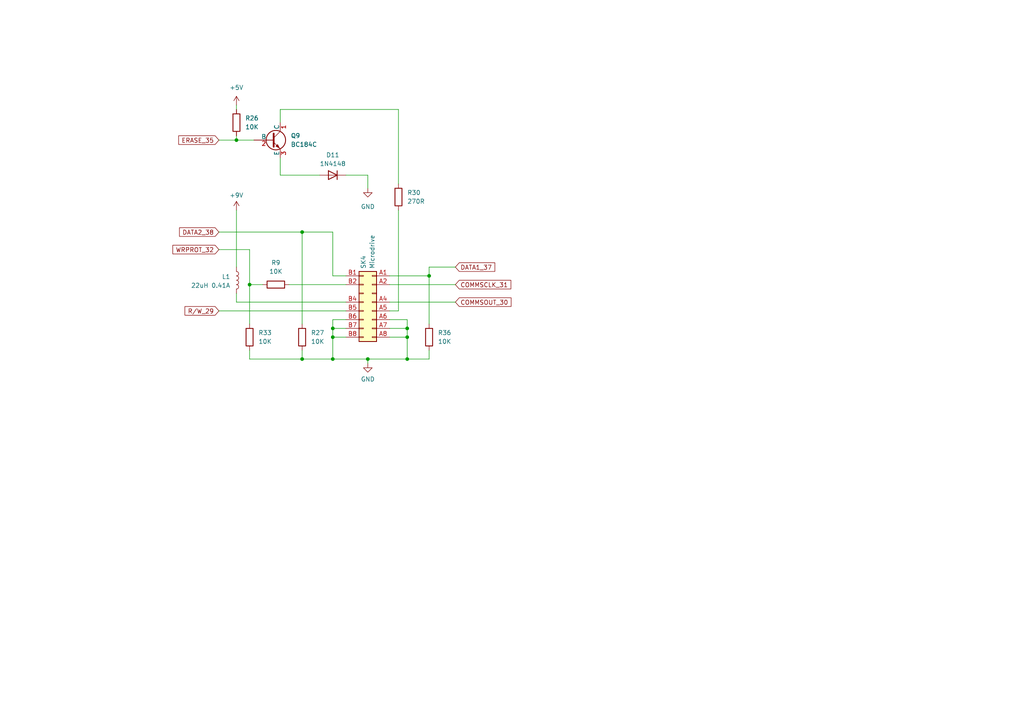
<source format=kicad_sch>
(kicad_sch
	(version 20250114)
	(generator "eeschema")
	(generator_version "9.0")
	(uuid "58e84b66-6e27-462c-8f52-8f1c5fac34f6")
	(paper "A4")
	(title_block
		(title "${PRJ_NAME}")
		(date "${PRJ_DATE}")
		(rev "${PRJ_REVISION}")
	)
	(lib_symbols
		(symbol "Device:L"
			(pin_numbers
				(hide yes)
			)
			(pin_names
				(offset 1.016)
				(hide yes)
			)
			(exclude_from_sim no)
			(in_bom yes)
			(on_board yes)
			(property "Reference" "L"
				(at -1.27 0 90)
				(effects
					(font
						(size 1.27 1.27)
					)
				)
			)
			(property "Value" "L"
				(at 1.905 0 90)
				(effects
					(font
						(size 1.27 1.27)
					)
				)
			)
			(property "Footprint" ""
				(at 0 0 0)
				(effects
					(font
						(size 1.27 1.27)
					)
					(hide yes)
				)
			)
			(property "Datasheet" "~"
				(at 0 0 0)
				(effects
					(font
						(size 1.27 1.27)
					)
					(hide yes)
				)
			)
			(property "Description" "Inductor"
				(at 0 0 0)
				(effects
					(font
						(size 1.27 1.27)
					)
					(hide yes)
				)
			)
			(property "ki_keywords" "inductor choke coil reactor magnetic"
				(at 0 0 0)
				(effects
					(font
						(size 1.27 1.27)
					)
					(hide yes)
				)
			)
			(property "ki_fp_filters" "Choke_* *Coil* Inductor_* L_*"
				(at 0 0 0)
				(effects
					(font
						(size 1.27 1.27)
					)
					(hide yes)
				)
			)
			(symbol "L_0_1"
				(arc
					(start 0 2.54)
					(mid 0.6323 1.905)
					(end 0 1.27)
					(stroke
						(width 0)
						(type default)
					)
					(fill
						(type none)
					)
				)
				(arc
					(start 0 1.27)
					(mid 0.6323 0.635)
					(end 0 0)
					(stroke
						(width 0)
						(type default)
					)
					(fill
						(type none)
					)
				)
				(arc
					(start 0 0)
					(mid 0.6323 -0.635)
					(end 0 -1.27)
					(stroke
						(width 0)
						(type default)
					)
					(fill
						(type none)
					)
				)
				(arc
					(start 0 -1.27)
					(mid 0.6323 -1.905)
					(end 0 -2.54)
					(stroke
						(width 0)
						(type default)
					)
					(fill
						(type none)
					)
				)
			)
			(symbol "L_1_1"
				(pin passive line
					(at 0 3.81 270)
					(length 1.27)
					(name "1"
						(effects
							(font
								(size 1.27 1.27)
							)
						)
					)
					(number "1"
						(effects
							(font
								(size 1.27 1.27)
							)
						)
					)
				)
				(pin passive line
					(at 0 -3.81 90)
					(length 1.27)
					(name "2"
						(effects
							(font
								(size 1.27 1.27)
							)
						)
					)
					(number "2"
						(effects
							(font
								(size 1.27 1.27)
							)
						)
					)
				)
			)
			(embedded_fonts no)
		)
		(symbol "Device:Q_NPN_CBE"
			(pin_names
				(offset 0)
			)
			(exclude_from_sim no)
			(in_bom yes)
			(on_board yes)
			(property "Reference" "Q"
				(at 5.08 1.27 0)
				(effects
					(font
						(size 1.27 1.27)
					)
					(justify left)
				)
			)
			(property "Value" "Q_NPN_CBE"
				(at 5.08 -1.27 0)
				(effects
					(font
						(size 1.27 1.27)
					)
					(justify left)
				)
			)
			(property "Footprint" ""
				(at 5.08 2.54 0)
				(effects
					(font
						(size 1.27 1.27)
					)
					(hide yes)
				)
			)
			(property "Datasheet" "~"
				(at 0 0 0)
				(effects
					(font
						(size 1.27 1.27)
					)
					(hide yes)
				)
			)
			(property "Description" "NPN transistor, collector/base/emitter"
				(at 0 0 0)
				(effects
					(font
						(size 1.27 1.27)
					)
					(hide yes)
				)
			)
			(property "ki_keywords" "transistor NPN"
				(at 0 0 0)
				(effects
					(font
						(size 1.27 1.27)
					)
					(hide yes)
				)
			)
			(symbol "Q_NPN_CBE_0_1"
				(polyline
					(pts
						(xy 0.635 1.905) (xy 0.635 -1.905) (xy 0.635 -1.905)
					)
					(stroke
						(width 0.508)
						(type default)
					)
					(fill
						(type none)
					)
				)
				(polyline
					(pts
						(xy 0.635 0.635) (xy 2.54 2.54)
					)
					(stroke
						(width 0)
						(type default)
					)
					(fill
						(type none)
					)
				)
				(polyline
					(pts
						(xy 0.635 -0.635) (xy 2.54 -2.54) (xy 2.54 -2.54)
					)
					(stroke
						(width 0)
						(type default)
					)
					(fill
						(type none)
					)
				)
				(circle
					(center 1.27 0)
					(radius 2.8194)
					(stroke
						(width 0.254)
						(type default)
					)
					(fill
						(type none)
					)
				)
				(polyline
					(pts
						(xy 1.27 -1.778) (xy 1.778 -1.27) (xy 2.286 -2.286) (xy 1.27 -1.778) (xy 1.27 -1.778)
					)
					(stroke
						(width 0)
						(type default)
					)
					(fill
						(type outline)
					)
				)
			)
			(symbol "Q_NPN_CBE_1_1"
				(pin input line
					(at -5.08 0 0)
					(length 5.715)
					(name "B"
						(effects
							(font
								(size 1.27 1.27)
							)
						)
					)
					(number "2"
						(effects
							(font
								(size 1.27 1.27)
							)
						)
					)
				)
				(pin passive line
					(at 2.54 5.08 270)
					(length 2.54)
					(name "C"
						(effects
							(font
								(size 1.27 1.27)
							)
						)
					)
					(number "1"
						(effects
							(font
								(size 1.27 1.27)
							)
						)
					)
				)
				(pin passive line
					(at 2.54 -5.08 90)
					(length 2.54)
					(name "E"
						(effects
							(font
								(size 1.27 1.27)
							)
						)
					)
					(number "3"
						(effects
							(font
								(size 1.27 1.27)
							)
						)
					)
				)
			)
			(embedded_fonts no)
		)
		(symbol "Device:R"
			(pin_numbers
				(hide yes)
			)
			(pin_names
				(offset 0)
			)
			(exclude_from_sim no)
			(in_bom yes)
			(on_board yes)
			(property "Reference" "R"
				(at 2.032 0 90)
				(effects
					(font
						(size 1.27 1.27)
					)
				)
			)
			(property "Value" "R"
				(at 0 0 90)
				(effects
					(font
						(size 1.27 1.27)
					)
				)
			)
			(property "Footprint" ""
				(at -1.778 0 90)
				(effects
					(font
						(size 1.27 1.27)
					)
					(hide yes)
				)
			)
			(property "Datasheet" "~"
				(at 0 0 0)
				(effects
					(font
						(size 1.27 1.27)
					)
					(hide yes)
				)
			)
			(property "Description" "Resistor"
				(at 0 0 0)
				(effects
					(font
						(size 1.27 1.27)
					)
					(hide yes)
				)
			)
			(property "ki_keywords" "R res resistor"
				(at 0 0 0)
				(effects
					(font
						(size 1.27 1.27)
					)
					(hide yes)
				)
			)
			(property "ki_fp_filters" "R_*"
				(at 0 0 0)
				(effects
					(font
						(size 1.27 1.27)
					)
					(hide yes)
				)
			)
			(symbol "R_0_1"
				(rectangle
					(start -1.016 -2.54)
					(end 1.016 2.54)
					(stroke
						(width 0.254)
						(type default)
					)
					(fill
						(type none)
					)
				)
			)
			(symbol "R_1_1"
				(pin passive line
					(at 0 3.81 270)
					(length 1.27)
					(name "~"
						(effects
							(font
								(size 1.27 1.27)
							)
						)
					)
					(number "1"
						(effects
							(font
								(size 1.27 1.27)
							)
						)
					)
				)
				(pin passive line
					(at 0 -3.81 90)
					(length 1.27)
					(name "~"
						(effects
							(font
								(size 1.27 1.27)
							)
						)
					)
					(number "2"
						(effects
							(font
								(size 1.27 1.27)
							)
						)
					)
				)
			)
			(embedded_fonts no)
		)
		(symbol "Diode:1N4148"
			(pin_numbers
				(hide yes)
			)
			(pin_names
				(hide yes)
			)
			(exclude_from_sim no)
			(in_bom yes)
			(on_board yes)
			(property "Reference" "D"
				(at 0 2.54 0)
				(effects
					(font
						(size 1.27 1.27)
					)
				)
			)
			(property "Value" "1N4148"
				(at 0 -2.54 0)
				(effects
					(font
						(size 1.27 1.27)
					)
				)
			)
			(property "Footprint" "Diode_THT:D_DO-35_SOD27_P7.62mm_Horizontal"
				(at 0 0 0)
				(effects
					(font
						(size 1.27 1.27)
					)
					(hide yes)
				)
			)
			(property "Datasheet" "https://assets.nexperia.com/documents/data-sheet/1N4148_1N4448.pdf"
				(at 0 0 0)
				(effects
					(font
						(size 1.27 1.27)
					)
					(hide yes)
				)
			)
			(property "Description" "100V 0.15A standard switching diode, DO-35"
				(at 0 0 0)
				(effects
					(font
						(size 1.27 1.27)
					)
					(hide yes)
				)
			)
			(property "Sim.Device" "D"
				(at 0 0 0)
				(effects
					(font
						(size 1.27 1.27)
					)
					(hide yes)
				)
			)
			(property "Sim.Pins" "1=K 2=A"
				(at 0 0 0)
				(effects
					(font
						(size 1.27 1.27)
					)
					(hide yes)
				)
			)
			(property "ki_keywords" "diode"
				(at 0 0 0)
				(effects
					(font
						(size 1.27 1.27)
					)
					(hide yes)
				)
			)
			(property "ki_fp_filters" "D*DO?35*"
				(at 0 0 0)
				(effects
					(font
						(size 1.27 1.27)
					)
					(hide yes)
				)
			)
			(symbol "1N4148_0_1"
				(polyline
					(pts
						(xy -1.27 1.27) (xy -1.27 -1.27)
					)
					(stroke
						(width 0.254)
						(type default)
					)
					(fill
						(type none)
					)
				)
				(polyline
					(pts
						(xy 1.27 1.27) (xy 1.27 -1.27) (xy -1.27 0) (xy 1.27 1.27)
					)
					(stroke
						(width 0.254)
						(type default)
					)
					(fill
						(type none)
					)
				)
				(polyline
					(pts
						(xy 1.27 0) (xy -1.27 0)
					)
					(stroke
						(width 0)
						(type default)
					)
					(fill
						(type none)
					)
				)
			)
			(symbol "1N4148_1_1"
				(pin passive line
					(at -3.81 0 0)
					(length 2.54)
					(name "K"
						(effects
							(font
								(size 1.27 1.27)
							)
						)
					)
					(number "1"
						(effects
							(font
								(size 1.27 1.27)
							)
						)
					)
				)
				(pin passive line
					(at 3.81 0 180)
					(length 2.54)
					(name "A"
						(effects
							(font
								(size 1.27 1.27)
							)
						)
					)
					(number "2"
						(effects
							(font
								(size 1.27 1.27)
							)
						)
					)
				)
			)
			(embedded_fonts no)
		)
		(symbol "ZX_IF1_MD:ZX_Spectrum_MD_Connector"
			(pin_names
				(offset 1.016)
				(hide yes)
			)
			(exclude_from_sim no)
			(in_bom yes)
			(on_board yes)
			(property "Reference" "SK"
				(at 2.54 12.192 90)
				(effects
					(font
						(size 1.27 1.27)
					)
					(justify left)
				)
			)
			(property "Value" "MD_Connector"
				(at 0 12.192 90)
				(effects
					(font
						(size 1.27 1.27)
					)
					(justify left)
				)
			)
			(property "Footprint" "ZX Bits:ZX_MD_Edge_Connector"
				(at 0 0 0)
				(effects
					(font
						(size 1.27 1.27)
					)
					(hide yes)
				)
			)
			(property "Datasheet" "~"
				(at 0 0 0)
				(effects
					(font
						(size 1.27 1.27)
					)
					(hide yes)
				)
			)
			(property "Description" "ZX IF1 Microdrive Connector"
				(at 0 0 0)
				(effects
					(font
						(size 1.27 1.27)
					)
					(hide yes)
				)
			)
			(property "ki_keywords" "ZX connector"
				(at 0 0 0)
				(effects
					(font
						(size 1.27 1.27)
					)
					(hide yes)
				)
			)
			(property "ki_fp_filters" "ZX"
				(at 0 0 0)
				(effects
					(font
						(size 1.27 1.27)
					)
					(hide yes)
				)
			)
			(symbol "ZX_Spectrum_MD_Connector_1_1"
				(rectangle
					(start -1.27 11.43)
					(end 3.81 -8.89)
					(stroke
						(width 0.254)
						(type default)
					)
					(fill
						(type background)
					)
				)
				(rectangle
					(start -1.27 10.287)
					(end 0 10.033)
					(stroke
						(width 0.1524)
						(type default)
					)
					(fill
						(type none)
					)
				)
				(rectangle
					(start -1.27 7.747)
					(end 0 7.493)
					(stroke
						(width 0.1524)
						(type default)
					)
					(fill
						(type none)
					)
				)
				(rectangle
					(start -1.27 5.207)
					(end 0 4.953)
					(stroke
						(width 0.1524)
						(type default)
					)
					(fill
						(type none)
					)
				)
				(rectangle
					(start -1.27 2.667)
					(end 0 2.413)
					(stroke
						(width 0.1524)
						(type default)
					)
					(fill
						(type none)
					)
				)
				(rectangle
					(start -1.27 0.127)
					(end 0 -0.127)
					(stroke
						(width 0.1524)
						(type default)
					)
					(fill
						(type none)
					)
				)
				(rectangle
					(start -1.27 -2.413)
					(end 0 -2.667)
					(stroke
						(width 0.1524)
						(type default)
					)
					(fill
						(type none)
					)
				)
				(rectangle
					(start -1.27 -4.953)
					(end 0 -5.207)
					(stroke
						(width 0.1524)
						(type default)
					)
					(fill
						(type none)
					)
				)
				(rectangle
					(start -1.27 -7.493)
					(end 0 -7.747)
					(stroke
						(width 0.1524)
						(type default)
					)
					(fill
						(type none)
					)
				)
				(rectangle
					(start 3.81 10.287)
					(end 2.54 10.033)
					(stroke
						(width 0.1524)
						(type default)
					)
					(fill
						(type none)
					)
				)
				(rectangle
					(start 3.81 7.747)
					(end 2.54 7.493)
					(stroke
						(width 0.1524)
						(type default)
					)
					(fill
						(type none)
					)
				)
				(rectangle
					(start 3.81 5.207)
					(end 2.54 4.953)
					(stroke
						(width 0.1524)
						(type default)
					)
					(fill
						(type none)
					)
				)
				(rectangle
					(start 3.81 2.667)
					(end 2.54 2.413)
					(stroke
						(width 0.1524)
						(type default)
					)
					(fill
						(type none)
					)
				)
				(rectangle
					(start 3.81 0.127)
					(end 2.54 -0.127)
					(stroke
						(width 0.1524)
						(type default)
					)
					(fill
						(type none)
					)
				)
				(rectangle
					(start 3.81 -2.413)
					(end 2.54 -2.667)
					(stroke
						(width 0.1524)
						(type default)
					)
					(fill
						(type none)
					)
				)
				(rectangle
					(start 3.81 -4.953)
					(end 2.54 -5.207)
					(stroke
						(width 0.1524)
						(type default)
					)
					(fill
						(type none)
					)
				)
				(rectangle
					(start 3.81 -7.493)
					(end 2.54 -7.747)
					(stroke
						(width 0.1524)
						(type default)
					)
					(fill
						(type none)
					)
				)
				(pin passive line
					(at -5.08 10.16 0)
					(length 3.81)
					(name "Pin_A1"
						(effects
							(font
								(size 1.27 1.27)
							)
						)
					)
					(number "A1"
						(effects
							(font
								(size 1.27 1.27)
							)
						)
					)
				)
				(pin passive line
					(at -5.08 7.62 0)
					(length 3.81)
					(name "Pin_A2"
						(effects
							(font
								(size 1.27 1.27)
							)
						)
					)
					(number "A2"
						(effects
							(font
								(size 1.27 1.27)
							)
						)
					)
				)
				(pin passive line
					(at -5.08 2.54 0)
					(length 3.81)
					(name "Pin_A4"
						(effects
							(font
								(size 1.27 1.27)
							)
						)
					)
					(number "A4"
						(effects
							(font
								(size 1.27 1.27)
							)
						)
					)
				)
				(pin passive line
					(at -5.08 0 0)
					(length 3.81)
					(name "Pin_A5"
						(effects
							(font
								(size 1.27 1.27)
							)
						)
					)
					(number "A5"
						(effects
							(font
								(size 1.27 1.27)
							)
						)
					)
				)
				(pin passive line
					(at -5.08 -2.54 0)
					(length 3.81)
					(name "Pin_A6"
						(effects
							(font
								(size 1.27 1.27)
							)
						)
					)
					(number "A6"
						(effects
							(font
								(size 1.27 1.27)
							)
						)
					)
				)
				(pin passive line
					(at -5.08 -5.08 0)
					(length 3.81)
					(name "Pin_A7"
						(effects
							(font
								(size 1.27 1.27)
							)
						)
					)
					(number "A7"
						(effects
							(font
								(size 1.27 1.27)
							)
						)
					)
				)
				(pin passive line
					(at -5.08 -7.62 0)
					(length 3.81)
					(name "Pin_A8"
						(effects
							(font
								(size 1.27 1.27)
							)
						)
					)
					(number "A8"
						(effects
							(font
								(size 1.27 1.27)
							)
						)
					)
				)
				(pin passive line
					(at 7.62 10.16 180)
					(length 3.81)
					(name "Pin_B1"
						(effects
							(font
								(size 1.27 1.27)
							)
						)
					)
					(number "B1"
						(effects
							(font
								(size 1.27 1.27)
							)
						)
					)
				)
				(pin passive line
					(at 7.62 7.62 180)
					(length 3.81)
					(name "Pin_B2"
						(effects
							(font
								(size 1.27 1.27)
							)
						)
					)
					(number "B2"
						(effects
							(font
								(size 1.27 1.27)
							)
						)
					)
				)
				(pin passive line
					(at 7.62 2.54 180)
					(length 3.81)
					(name "Pin_B4"
						(effects
							(font
								(size 1.27 1.27)
							)
						)
					)
					(number "B4"
						(effects
							(font
								(size 1.27 1.27)
							)
						)
					)
				)
				(pin passive line
					(at 7.62 0 180)
					(length 3.81)
					(name "Pin_B5"
						(effects
							(font
								(size 1.27 1.27)
							)
						)
					)
					(number "B5"
						(effects
							(font
								(size 1.27 1.27)
							)
						)
					)
				)
				(pin passive line
					(at 7.62 -2.54 180)
					(length 3.81)
					(name "Pin_B6"
						(effects
							(font
								(size 1.27 1.27)
							)
						)
					)
					(number "B6"
						(effects
							(font
								(size 1.27 1.27)
							)
						)
					)
				)
				(pin passive line
					(at 7.62 -5.08 180)
					(length 3.81)
					(name "Pin_B7"
						(effects
							(font
								(size 1.27 1.27)
							)
						)
					)
					(number "B7"
						(effects
							(font
								(size 1.27 1.27)
							)
						)
					)
				)
				(pin passive line
					(at 7.62 -7.62 180)
					(length 3.81)
					(name "Pin_B8"
						(effects
							(font
								(size 1.27 1.27)
							)
						)
					)
					(number "B8"
						(effects
							(font
								(size 1.27 1.27)
							)
						)
					)
				)
			)
			(embedded_fonts no)
		)
		(symbol "power:+5V"
			(power)
			(pin_names
				(offset 0)
			)
			(exclude_from_sim no)
			(in_bom yes)
			(on_board yes)
			(property "Reference" "#PWR"
				(at 0 -3.81 0)
				(effects
					(font
						(size 1.27 1.27)
					)
					(hide yes)
				)
			)
			(property "Value" "+5V"
				(at 0 3.556 0)
				(effects
					(font
						(size 1.27 1.27)
					)
				)
			)
			(property "Footprint" ""
				(at 0 0 0)
				(effects
					(font
						(size 1.27 1.27)
					)
					(hide yes)
				)
			)
			(property "Datasheet" ""
				(at 0 0 0)
				(effects
					(font
						(size 1.27 1.27)
					)
					(hide yes)
				)
			)
			(property "Description" "Power symbol creates a global label with name \"+5V\""
				(at 0 0 0)
				(effects
					(font
						(size 1.27 1.27)
					)
					(hide yes)
				)
			)
			(property "ki_keywords" "global power"
				(at 0 0 0)
				(effects
					(font
						(size 1.27 1.27)
					)
					(hide yes)
				)
			)
			(symbol "+5V_0_1"
				(polyline
					(pts
						(xy -0.762 1.27) (xy 0 2.54)
					)
					(stroke
						(width 0)
						(type default)
					)
					(fill
						(type none)
					)
				)
				(polyline
					(pts
						(xy 0 2.54) (xy 0.762 1.27)
					)
					(stroke
						(width 0)
						(type default)
					)
					(fill
						(type none)
					)
				)
				(polyline
					(pts
						(xy 0 0) (xy 0 2.54)
					)
					(stroke
						(width 0)
						(type default)
					)
					(fill
						(type none)
					)
				)
			)
			(symbol "+5V_1_1"
				(pin power_in line
					(at 0 0 90)
					(length 0)
					(hide yes)
					(name "+5V"
						(effects
							(font
								(size 1.27 1.27)
							)
						)
					)
					(number "1"
						(effects
							(font
								(size 1.27 1.27)
							)
						)
					)
				)
			)
			(embedded_fonts no)
		)
		(symbol "power:+9V"
			(power)
			(pin_names
				(offset 0)
			)
			(exclude_from_sim no)
			(in_bom yes)
			(on_board yes)
			(property "Reference" "#PWR"
				(at 0 -3.81 0)
				(effects
					(font
						(size 1.27 1.27)
					)
					(hide yes)
				)
			)
			(property "Value" "+9V"
				(at 0 3.556 0)
				(effects
					(font
						(size 1.27 1.27)
					)
				)
			)
			(property "Footprint" ""
				(at 0 0 0)
				(effects
					(font
						(size 1.27 1.27)
					)
					(hide yes)
				)
			)
			(property "Datasheet" ""
				(at 0 0 0)
				(effects
					(font
						(size 1.27 1.27)
					)
					(hide yes)
				)
			)
			(property "Description" "Power symbol creates a global label with name \"+9V\""
				(at 0 0 0)
				(effects
					(font
						(size 1.27 1.27)
					)
					(hide yes)
				)
			)
			(property "ki_keywords" "global power"
				(at 0 0 0)
				(effects
					(font
						(size 1.27 1.27)
					)
					(hide yes)
				)
			)
			(symbol "+9V_0_1"
				(polyline
					(pts
						(xy -0.762 1.27) (xy 0 2.54)
					)
					(stroke
						(width 0)
						(type default)
					)
					(fill
						(type none)
					)
				)
				(polyline
					(pts
						(xy 0 2.54) (xy 0.762 1.27)
					)
					(stroke
						(width 0)
						(type default)
					)
					(fill
						(type none)
					)
				)
				(polyline
					(pts
						(xy 0 0) (xy 0 2.54)
					)
					(stroke
						(width 0)
						(type default)
					)
					(fill
						(type none)
					)
				)
			)
			(symbol "+9V_1_1"
				(pin power_in line
					(at 0 0 90)
					(length 0)
					(hide yes)
					(name "+9V"
						(effects
							(font
								(size 1.27 1.27)
							)
						)
					)
					(number "1"
						(effects
							(font
								(size 1.27 1.27)
							)
						)
					)
				)
			)
			(embedded_fonts no)
		)
		(symbol "power:GND"
			(power)
			(pin_names
				(offset 0)
			)
			(exclude_from_sim no)
			(in_bom yes)
			(on_board yes)
			(property "Reference" "#PWR"
				(at 0 -6.35 0)
				(effects
					(font
						(size 1.27 1.27)
					)
					(hide yes)
				)
			)
			(property "Value" "GND"
				(at 0 -3.81 0)
				(effects
					(font
						(size 1.27 1.27)
					)
				)
			)
			(property "Footprint" ""
				(at 0 0 0)
				(effects
					(font
						(size 1.27 1.27)
					)
					(hide yes)
				)
			)
			(property "Datasheet" ""
				(at 0 0 0)
				(effects
					(font
						(size 1.27 1.27)
					)
					(hide yes)
				)
			)
			(property "Description" "Power symbol creates a global label with name \"GND\" , ground"
				(at 0 0 0)
				(effects
					(font
						(size 1.27 1.27)
					)
					(hide yes)
				)
			)
			(property "ki_keywords" "global power"
				(at 0 0 0)
				(effects
					(font
						(size 1.27 1.27)
					)
					(hide yes)
				)
			)
			(symbol "GND_0_1"
				(polyline
					(pts
						(xy 0 0) (xy 0 -1.27) (xy 1.27 -1.27) (xy 0 -2.54) (xy -1.27 -1.27) (xy 0 -1.27)
					)
					(stroke
						(width 0)
						(type default)
					)
					(fill
						(type none)
					)
				)
			)
			(symbol "GND_1_1"
				(pin power_in line
					(at 0 0 270)
					(length 0)
					(hide yes)
					(name "GND"
						(effects
							(font
								(size 1.27 1.27)
							)
						)
					)
					(number "1"
						(effects
							(font
								(size 1.27 1.27)
							)
						)
					)
				)
			)
			(embedded_fonts no)
		)
	)
	(junction
		(at 96.52 104.14)
		(diameter 0)
		(color 0 0 0 0)
		(uuid "3216385d-2357-45f4-a03d-bd832d6c38d8")
	)
	(junction
		(at 96.52 95.25)
		(diameter 0)
		(color 0 0 0 0)
		(uuid "336ed967-01b7-4f7e-8213-9660999993a5")
	)
	(junction
		(at 72.39 82.55)
		(diameter 0)
		(color 0 0 0 0)
		(uuid "34f07efd-ac48-4c9e-bbf9-d8e0892d08ee")
	)
	(junction
		(at 118.11 95.25)
		(diameter 0)
		(color 0 0 0 0)
		(uuid "43093696-407a-41e8-af53-1f292bb8adde")
	)
	(junction
		(at 124.46 80.01)
		(diameter 0)
		(color 0 0 0 0)
		(uuid "50a95c5e-9f20-4146-b252-5cf7b7f36a0b")
	)
	(junction
		(at 106.68 104.14)
		(diameter 0)
		(color 0 0 0 0)
		(uuid "80798cde-ee9c-45b7-9333-a85dcb2cf105")
	)
	(junction
		(at 96.52 97.79)
		(diameter 0)
		(color 0 0 0 0)
		(uuid "8c2cfc38-fde6-4d82-b06d-315b0b230f41")
	)
	(junction
		(at 87.63 104.14)
		(diameter 0)
		(color 0 0 0 0)
		(uuid "af1f5e7e-716d-4ecb-a4a0-ade71e09e87b")
	)
	(junction
		(at 68.58 40.64)
		(diameter 0)
		(color 0 0 0 0)
		(uuid "b4826413-ecdd-4b47-b6a6-6e691eb67586")
	)
	(junction
		(at 118.11 104.14)
		(diameter 0)
		(color 0 0 0 0)
		(uuid "cad2c553-e836-4166-a7f5-047270d56010")
	)
	(junction
		(at 118.11 97.79)
		(diameter 0)
		(color 0 0 0 0)
		(uuid "cd0ab562-83c8-4792-8c63-bcd5e75ad25d")
	)
	(junction
		(at 87.63 67.31)
		(diameter 0)
		(color 0 0 0 0)
		(uuid "e5b56634-2095-4784-9632-f14960974e2c")
	)
	(wire
		(pts
			(xy 124.46 101.6) (xy 124.46 104.14)
		)
		(stroke
			(width 0)
			(type default)
		)
		(uuid "04bca551-7185-4d6d-b619-711da25df0c8")
	)
	(wire
		(pts
			(xy 113.03 92.71) (xy 118.11 92.71)
		)
		(stroke
			(width 0)
			(type default)
		)
		(uuid "05b86c17-024e-4466-9ded-c9d1403487cd")
	)
	(wire
		(pts
			(xy 96.52 97.79) (xy 96.52 104.14)
		)
		(stroke
			(width 0)
			(type default)
		)
		(uuid "0c56fb09-4fbe-486b-9a59-72d5dadee0c3")
	)
	(wire
		(pts
			(xy 96.52 67.31) (xy 96.52 80.01)
		)
		(stroke
			(width 0)
			(type default)
		)
		(uuid "13294a64-177e-44ac-a544-eab78a9fbf28")
	)
	(wire
		(pts
			(xy 72.39 82.55) (xy 76.2 82.55)
		)
		(stroke
			(width 0)
			(type default)
		)
		(uuid "14f3a8ae-db53-4e29-b2f2-58106e6ccd46")
	)
	(wire
		(pts
			(xy 96.52 104.14) (xy 106.68 104.14)
		)
		(stroke
			(width 0)
			(type default)
		)
		(uuid "16ec8328-7892-47c2-8ee9-5f8de2eac661")
	)
	(wire
		(pts
			(xy 68.58 85.09) (xy 68.58 87.63)
		)
		(stroke
			(width 0)
			(type default)
		)
		(uuid "179ef8f4-8f41-42a4-a92f-422f9ff8d6b0")
	)
	(wire
		(pts
			(xy 73.66 40.64) (xy 68.58 40.64)
		)
		(stroke
			(width 0)
			(type default)
		)
		(uuid "1869426b-6013-495c-bb41-b71cc654a784")
	)
	(wire
		(pts
			(xy 106.68 105.41) (xy 106.68 104.14)
		)
		(stroke
			(width 0)
			(type default)
		)
		(uuid "19226f1c-77d8-4f56-ab99-057d43fa216e")
	)
	(wire
		(pts
			(xy 72.39 104.14) (xy 87.63 104.14)
		)
		(stroke
			(width 0)
			(type default)
		)
		(uuid "194cb40b-df48-442a-8a3e-a3130bb81d6a")
	)
	(wire
		(pts
			(xy 132.08 87.63) (xy 113.03 87.63)
		)
		(stroke
			(width 0)
			(type default)
		)
		(uuid "1d7c7dca-c28d-4c9b-839f-985189c81c34")
	)
	(wire
		(pts
			(xy 87.63 101.6) (xy 87.63 104.14)
		)
		(stroke
			(width 0)
			(type default)
		)
		(uuid "25a08eab-de21-4230-9cdc-240d79317be6")
	)
	(wire
		(pts
			(xy 113.03 95.25) (xy 118.11 95.25)
		)
		(stroke
			(width 0)
			(type default)
		)
		(uuid "26c336a9-314d-4499-a560-c94fc569f5be")
	)
	(wire
		(pts
			(xy 68.58 60.96) (xy 68.58 77.47)
		)
		(stroke
			(width 0)
			(type default)
		)
		(uuid "2807a23d-4fc5-4f7b-b5dd-2b031dfcc85d")
	)
	(wire
		(pts
			(xy 118.11 97.79) (xy 118.11 104.14)
		)
		(stroke
			(width 0)
			(type default)
		)
		(uuid "2f88787a-f5fc-497c-8643-d8cd86937f95")
	)
	(wire
		(pts
			(xy 96.52 80.01) (xy 100.33 80.01)
		)
		(stroke
			(width 0)
			(type default)
		)
		(uuid "3121caa4-d3a3-4a64-8fed-2742c0d78c9f")
	)
	(wire
		(pts
			(xy 118.11 95.25) (xy 118.11 97.79)
		)
		(stroke
			(width 0)
			(type default)
		)
		(uuid "5059ec67-783c-4979-9854-1e5fde07b205")
	)
	(wire
		(pts
			(xy 115.57 53.34) (xy 115.57 31.75)
		)
		(stroke
			(width 0)
			(type default)
		)
		(uuid "56fef805-4f17-4eab-bf89-7daf06d6c649")
	)
	(wire
		(pts
			(xy 113.03 90.17) (xy 115.57 90.17)
		)
		(stroke
			(width 0)
			(type default)
		)
		(uuid "5706be41-ed56-4da8-8951-e2fbc45ab96e")
	)
	(wire
		(pts
			(xy 106.68 50.8) (xy 106.68 54.61)
		)
		(stroke
			(width 0)
			(type default)
		)
		(uuid "5bb6d430-11ab-4d59-bdfd-02b31f516612")
	)
	(wire
		(pts
			(xy 96.52 95.25) (xy 100.33 95.25)
		)
		(stroke
			(width 0)
			(type default)
		)
		(uuid "62d90695-ab9e-4b60-a33a-187b04e6b4b1")
	)
	(wire
		(pts
			(xy 83.82 82.55) (xy 100.33 82.55)
		)
		(stroke
			(width 0)
			(type default)
		)
		(uuid "63280299-ece9-4ba6-9b8d-ef6a60e7c5c0")
	)
	(wire
		(pts
			(xy 106.68 104.14) (xy 118.11 104.14)
		)
		(stroke
			(width 0)
			(type default)
		)
		(uuid "63ba5487-b0f5-49e6-80da-63261576f6ca")
	)
	(wire
		(pts
			(xy 63.5 72.39) (xy 72.39 72.39)
		)
		(stroke
			(width 0)
			(type default)
		)
		(uuid "64a50e3d-12d9-4fcf-96d0-2c60211fd7a5")
	)
	(wire
		(pts
			(xy 63.5 67.31) (xy 87.63 67.31)
		)
		(stroke
			(width 0)
			(type default)
		)
		(uuid "65eeab20-95c8-4392-8ce9-30ed64e846ac")
	)
	(wire
		(pts
			(xy 124.46 80.01) (xy 113.03 80.01)
		)
		(stroke
			(width 0)
			(type default)
		)
		(uuid "694b98cc-41bc-4699-bc63-9709c35578d6")
	)
	(wire
		(pts
			(xy 68.58 40.64) (xy 63.5 40.64)
		)
		(stroke
			(width 0)
			(type default)
		)
		(uuid "69869e7a-0f44-47d0-b49a-ebc70bf46cc0")
	)
	(wire
		(pts
			(xy 81.28 50.8) (xy 92.71 50.8)
		)
		(stroke
			(width 0)
			(type default)
		)
		(uuid "6cf23b90-89f9-47ec-a398-32ed47c95b0a")
	)
	(wire
		(pts
			(xy 118.11 92.71) (xy 118.11 95.25)
		)
		(stroke
			(width 0)
			(type default)
		)
		(uuid "70e54f43-7e50-4f84-ae39-2ea079b15b8b")
	)
	(wire
		(pts
			(xy 100.33 50.8) (xy 106.68 50.8)
		)
		(stroke
			(width 0)
			(type default)
		)
		(uuid "772c9dd6-aa09-4592-be82-6f43bb91aa79")
	)
	(wire
		(pts
			(xy 63.5 90.17) (xy 100.33 90.17)
		)
		(stroke
			(width 0)
			(type default)
		)
		(uuid "7bec0491-0cc8-4e56-9559-bcd187ea2d12")
	)
	(wire
		(pts
			(xy 72.39 82.55) (xy 72.39 93.98)
		)
		(stroke
			(width 0)
			(type default)
		)
		(uuid "7f668f5f-70db-4bea-a7d2-d3ae533eefed")
	)
	(wire
		(pts
			(xy 115.57 60.96) (xy 115.57 90.17)
		)
		(stroke
			(width 0)
			(type default)
		)
		(uuid "803a7131-f0d4-4a7c-a382-6aa3fc10515b")
	)
	(wire
		(pts
			(xy 68.58 39.37) (xy 68.58 40.64)
		)
		(stroke
			(width 0)
			(type default)
		)
		(uuid "8131238d-3ea7-41fb-9414-9957b7c62332")
	)
	(wire
		(pts
			(xy 124.46 77.47) (xy 124.46 80.01)
		)
		(stroke
			(width 0)
			(type default)
		)
		(uuid "8a69c8cd-77ee-4779-8ca7-8878ff1bf3e2")
	)
	(wire
		(pts
			(xy 87.63 67.31) (xy 96.52 67.31)
		)
		(stroke
			(width 0)
			(type default)
		)
		(uuid "8c0a5396-ac82-4695-90f4-e690c4c2d506")
	)
	(wire
		(pts
			(xy 81.28 31.75) (xy 115.57 31.75)
		)
		(stroke
			(width 0)
			(type default)
		)
		(uuid "8d8a0ad0-fcdb-47a2-ba3d-8db319da0a44")
	)
	(wire
		(pts
			(xy 118.11 104.14) (xy 124.46 104.14)
		)
		(stroke
			(width 0)
			(type default)
		)
		(uuid "8e9c7259-4f63-40d1-b330-e1529ed27799")
	)
	(wire
		(pts
			(xy 100.33 87.63) (xy 68.58 87.63)
		)
		(stroke
			(width 0)
			(type default)
		)
		(uuid "9a3a7e20-1066-4987-bfc3-e5e7c2c623da")
	)
	(wire
		(pts
			(xy 113.03 97.79) (xy 118.11 97.79)
		)
		(stroke
			(width 0)
			(type default)
		)
		(uuid "9c6ab627-4cb7-471e-a2fe-c9e3a0efc676")
	)
	(wire
		(pts
			(xy 96.52 95.25) (xy 96.52 97.79)
		)
		(stroke
			(width 0)
			(type default)
		)
		(uuid "a7f4aba8-b6b6-4239-a381-01b2d723e957")
	)
	(wire
		(pts
			(xy 96.52 92.71) (xy 96.52 95.25)
		)
		(stroke
			(width 0)
			(type default)
		)
		(uuid "ab86960e-2d05-49ca-9e88-04c8d2eb6f0a")
	)
	(wire
		(pts
			(xy 132.08 77.47) (xy 124.46 77.47)
		)
		(stroke
			(width 0)
			(type default)
		)
		(uuid "ae1cefdf-a09e-414c-a70f-a350b147ad08")
	)
	(wire
		(pts
			(xy 124.46 80.01) (xy 124.46 93.98)
		)
		(stroke
			(width 0)
			(type default)
		)
		(uuid "b0497e1f-86e8-499e-92f0-a5d37b46e974")
	)
	(wire
		(pts
			(xy 72.39 101.6) (xy 72.39 104.14)
		)
		(stroke
			(width 0)
			(type default)
		)
		(uuid "b277d6bf-d142-45c0-b32b-ba91fb5eb9ae")
	)
	(wire
		(pts
			(xy 87.63 104.14) (xy 96.52 104.14)
		)
		(stroke
			(width 0)
			(type default)
		)
		(uuid "b69dc689-a1d1-4044-85fe-81569b613699")
	)
	(wire
		(pts
			(xy 87.63 67.31) (xy 87.63 93.98)
		)
		(stroke
			(width 0)
			(type default)
		)
		(uuid "bac88b9a-c594-4b63-9262-4916f27fb0e6")
	)
	(wire
		(pts
			(xy 81.28 50.8) (xy 81.28 45.72)
		)
		(stroke
			(width 0)
			(type default)
		)
		(uuid "c306c650-16d3-48dd-b873-f5b58daa8955")
	)
	(wire
		(pts
			(xy 100.33 97.79) (xy 96.52 97.79)
		)
		(stroke
			(width 0)
			(type default)
		)
		(uuid "d09db52b-5135-4b47-83fa-518918ebcf10")
	)
	(wire
		(pts
			(xy 72.39 72.39) (xy 72.39 82.55)
		)
		(stroke
			(width 0)
			(type default)
		)
		(uuid "dce3ed47-abc7-4f24-bb58-7f6897f45588")
	)
	(wire
		(pts
			(xy 132.08 82.55) (xy 113.03 82.55)
		)
		(stroke
			(width 0)
			(type default)
		)
		(uuid "df1f0316-16e7-4812-9056-84a1c5b2d72d")
	)
	(wire
		(pts
			(xy 81.28 31.75) (xy 81.28 35.56)
		)
		(stroke
			(width 0)
			(type default)
		)
		(uuid "e7a3e2c2-bfc1-4093-a1ee-190bcd602856")
	)
	(wire
		(pts
			(xy 100.33 92.71) (xy 96.52 92.71)
		)
		(stroke
			(width 0)
			(type default)
		)
		(uuid "eaf0a312-29d2-43cd-b1f7-0064c0168733")
	)
	(wire
		(pts
			(xy 68.58 30.48) (xy 68.58 31.75)
		)
		(stroke
			(width 0)
			(type default)
		)
		(uuid "edbe1ac5-17f8-4ac5-b5b9-f82361ccf7a0")
	)
	(global_label "COMMSCLK_31"
		(shape input)
		(at 132.08 82.55 0)
		(fields_autoplaced yes)
		(effects
			(font
				(size 1.27 1.27)
			)
			(justify left)
		)
		(uuid "24c08958-743b-4715-abb6-2e724f9543ea")
		(property "Intersheetrefs" "${INTERSHEET_REFS}"
			(at 148.7327 82.55 0)
			(effects
				(font
					(size 1.27 1.27)
				)
				(justify left)
			)
		)
	)
	(global_label "ERASE_35"
		(shape input)
		(at 63.5 40.64 180)
		(fields_autoplaced yes)
		(effects
			(font
				(size 1.27 1.27)
			)
			(justify right)
		)
		(uuid "88ff4695-b2cc-44b8-8756-71c3dace5217")
		(property "Intersheetrefs" "${INTERSHEET_REFS}"
			(at 51.2621 40.64 0)
			(effects
				(font
					(size 1.27 1.27)
				)
				(justify right)
			)
		)
	)
	(global_label "COMMSOUT_30"
		(shape input)
		(at 132.08 87.63 0)
		(fields_autoplaced yes)
		(effects
			(font
				(size 1.27 1.27)
			)
			(justify left)
		)
		(uuid "9fc04344-ac79-4210-9713-4fe22074c99d")
		(property "Intersheetrefs" "${INTERSHEET_REFS}"
			(at 148.7932 87.63 0)
			(effects
				(font
					(size 1.27 1.27)
				)
				(justify left)
			)
		)
	)
	(global_label "DATA1_37"
		(shape input)
		(at 132.08 77.47 0)
		(fields_autoplaced yes)
		(effects
			(font
				(size 1.27 1.27)
			)
			(justify left)
		)
		(uuid "ad27ce5e-1400-4448-86ae-b0a934487715")
		(property "Intersheetrefs" "${INTERSHEET_REFS}"
			(at 144.0761 77.47 0)
			(effects
				(font
					(size 1.27 1.27)
				)
				(justify left)
			)
		)
	)
	(global_label "DATA2_38"
		(shape input)
		(at 63.5 67.31 180)
		(fields_autoplaced yes)
		(effects
			(font
				(size 1.27 1.27)
			)
			(justify right)
		)
		(uuid "b3454f4c-cf93-49b1-9c1c-8742d6f5d423")
		(property "Intersheetrefs" "${INTERSHEET_REFS}"
			(at 51.5039 67.31 0)
			(effects
				(font
					(size 1.27 1.27)
				)
				(justify right)
			)
		)
	)
	(global_label "R{slash}W_29"
		(shape input)
		(at 63.5 90.17 180)
		(fields_autoplaced yes)
		(effects
			(font
				(size 1.27 1.27)
			)
			(justify right)
		)
		(uuid "be055c0d-356d-4435-9229-ce14476e6f80")
		(property "Intersheetrefs" "${INTERSHEET_REFS}"
			(at 53.0763 90.17 0)
			(effects
				(font
					(size 1.27 1.27)
				)
				(justify right)
			)
		)
	)
	(global_label "WRPROT_32"
		(shape input)
		(at 63.5 72.39 180)
		(fields_autoplaced yes)
		(effects
			(font
				(size 1.27 1.27)
			)
			(justify right)
		)
		(uuid "f511087d-bec5-4c29-9379-92dd7ad2a80b")
		(property "Intersheetrefs" "${INTERSHEET_REFS}"
			(at 49.5687 72.39 0)
			(effects
				(font
					(size 1.27 1.27)
				)
				(justify right)
			)
		)
	)
	(symbol
		(lib_id "ZX_IF1_MD:ZX_Spectrum_MD_Connector")
		(at 107.95 90.17 0)
		(mirror y)
		(unit 1)
		(exclude_from_sim no)
		(in_bom yes)
		(on_board yes)
		(dnp no)
		(uuid "13235739-a9fc-4cde-ab18-765c763469e7")
		(property "Reference" "SK4"
			(at 105.41 77.978 90)
			(effects
				(font
					(size 1.27 1.27)
				)
				(justify left)
			)
		)
		(property "Value" "Microdrive"
			(at 107.95 77.978 90)
			(effects
				(font
					(size 1.27 1.27)
				)
				(justify left)
			)
		)
		(property "Footprint" "ZX Bits:ZX_MD_Edge_Connector"
			(at 107.95 90.17 0)
			(effects
				(font
					(size 1.27 1.27)
				)
				(hide yes)
			)
		)
		(property "Datasheet" "~"
			(at 107.95 90.17 0)
			(effects
				(font
					(size 1.27 1.27)
				)
				(hide yes)
			)
		)
		(property "Description" ""
			(at 107.95 90.17 0)
			(effects
				(font
					(size 1.27 1.27)
				)
			)
		)
		(pin "A1"
			(uuid "dac1c400-19f6-4401-b4c6-d4d58a2ddd8b")
		)
		(pin "A2"
			(uuid "b4c832d8-7d6a-485a-a3cc-b1327c44f8ed")
		)
		(pin "A4"
			(uuid "50059fd4-29aa-4708-a7a9-89700aaa2bcd")
		)
		(pin "A5"
			(uuid "67987968-aa97-438e-a7f7-55ee29d26a2e")
		)
		(pin "A6"
			(uuid "4b53d998-48d2-4d83-8ebb-171c34d46e67")
		)
		(pin "A7"
			(uuid "5ff3e51e-e7d2-4da4-ae80-aa9b3c569380")
		)
		(pin "A8"
			(uuid "b59d5345-ce21-4ee7-b185-98895688707a")
		)
		(pin "B1"
			(uuid "36c1e188-81f3-4d2a-ad79-d324e7e44d23")
		)
		(pin "B2"
			(uuid "0752bba3-30b4-44d4-9cd4-7b087d5dbed1")
		)
		(pin "B4"
			(uuid "a1be0268-b795-4698-b6c5-ec2907cb7895")
		)
		(pin "B5"
			(uuid "48e9e433-2332-46ad-a840-26571ef7830e")
		)
		(pin "B6"
			(uuid "25acb64f-612b-43b7-933c-9e1549aec4c2")
		)
		(pin "B7"
			(uuid "6f1d008a-7bd2-4392-85af-b57d64ee7111")
		)
		(pin "B8"
			(uuid "16145e02-6e1d-454d-b6e3-7f21d90793f9")
		)
		(instances
			(project "ZXTeensyIF1"
				(path "/75d1cd16-a89a-40a2-b316-dae0403de332/4990686e-d8af-43f1-be40-f4343ff37df3"
					(reference "SK4")
					(unit 1)
				)
			)
		)
	)
	(symbol
		(lib_id "Device:R")
		(at 68.58 35.56 0)
		(unit 1)
		(exclude_from_sim no)
		(in_bom yes)
		(on_board yes)
		(dnp no)
		(fields_autoplaced yes)
		(uuid "2316fdab-4ff0-4abf-9ad2-fda25982f2b8")
		(property "Reference" "R26"
			(at 71.12 34.29 0)
			(effects
				(font
					(size 1.27 1.27)
				)
				(justify left)
			)
		)
		(property "Value" "10K"
			(at 71.12 36.83 0)
			(effects
				(font
					(size 1.27 1.27)
				)
				(justify left)
			)
		)
		(property "Footprint" "Resistor_THT:R_Axial_DIN0207_L6.3mm_D2.5mm_P10.16mm_Horizontal"
			(at 66.802 35.56 90)
			(effects
				(font
					(size 1.27 1.27)
				)
				(hide yes)
			)
		)
		(property "Datasheet" "~"
			(at 68.58 35.56 0)
			(effects
				(font
					(size 1.27 1.27)
				)
				(hide yes)
			)
		)
		(property "Description" ""
			(at 68.58 35.56 0)
			(effects
				(font
					(size 1.27 1.27)
				)
			)
		)
		(pin "1"
			(uuid "ddd3afbb-00ee-4c30-aa43-315087220e7c")
		)
		(pin "2"
			(uuid "dbc1f6f3-6e1a-4c58-8b67-ff81615f4d42")
		)
		(instances
			(project "ZXTeensyIF1"
				(path "/75d1cd16-a89a-40a2-b316-dae0403de332/4990686e-d8af-43f1-be40-f4343ff37df3"
					(reference "R26")
					(unit 1)
				)
			)
		)
	)
	(symbol
		(lib_id "power:GND")
		(at 106.68 54.61 0)
		(unit 1)
		(exclude_from_sim no)
		(in_bom yes)
		(on_board yes)
		(dnp no)
		(fields_autoplaced yes)
		(uuid "41398d50-262c-46d9-9b6e-9c1adcf1b2a1")
		(property "Reference" "#PWR0123"
			(at 106.68 60.96 0)
			(effects
				(font
					(size 1.27 1.27)
				)
				(hide yes)
			)
		)
		(property "Value" "GND"
			(at 106.68 59.944 0)
			(effects
				(font
					(size 1.27 1.27)
				)
			)
		)
		(property "Footprint" ""
			(at 106.68 54.61 0)
			(effects
				(font
					(size 1.27 1.27)
				)
				(hide yes)
			)
		)
		(property "Datasheet" ""
			(at 106.68 54.61 0)
			(effects
				(font
					(size 1.27 1.27)
				)
				(hide yes)
			)
		)
		(property "Description" ""
			(at 106.68 54.61 0)
			(effects
				(font
					(size 1.27 1.27)
				)
			)
		)
		(pin "1"
			(uuid "a1f206b9-d960-4534-83d4-9dc37f378868")
		)
		(instances
			(project "ZXTeensyIF1"
				(path "/75d1cd16-a89a-40a2-b316-dae0403de332/4990686e-d8af-43f1-be40-f4343ff37df3"
					(reference "#PWR0123")
					(unit 1)
				)
			)
		)
	)
	(symbol
		(lib_id "Device:L")
		(at 68.58 81.28 0)
		(unit 1)
		(exclude_from_sim no)
		(in_bom yes)
		(on_board yes)
		(dnp no)
		(uuid "59a8d1a5-c88d-4b28-beb3-e725a801f179")
		(property "Reference" "L1"
			(at 66.802 80.264 0)
			(effects
				(font
					(size 1.27 1.27)
				)
				(justify right)
			)
		)
		(property "Value" "22uH 0.41A"
			(at 66.802 82.804 0)
			(effects
				(font
					(size 1.27 1.27)
				)
				(justify right)
			)
		)
		(property "Footprint" "Inductor_THT:L_Axial_L12.8mm_D5.8mm_P20.32mm_Horizontal_Fastron_HBCC"
			(at 68.58 81.28 0)
			(effects
				(font
					(size 1.27 1.27)
				)
				(hide yes)
			)
		)
		(property "Datasheet" "~"
			(at 68.58 81.28 0)
			(effects
				(font
					(size 1.27 1.27)
				)
				(hide yes)
			)
		)
		(property "Description" ""
			(at 68.58 81.28 0)
			(effects
				(font
					(size 1.27 1.27)
				)
			)
		)
		(pin "1"
			(uuid "406c1013-bd71-4beb-9d7d-abf990291996")
		)
		(pin "2"
			(uuid "d3b523f7-5eb9-4fcc-8b88-68e5f96a3041")
		)
		(instances
			(project "ZXTeensyIF1"
				(path "/75d1cd16-a89a-40a2-b316-dae0403de332/4990686e-d8af-43f1-be40-f4343ff37df3"
					(reference "L1")
					(unit 1)
				)
			)
		)
	)
	(symbol
		(lib_id "power:GND")
		(at 106.68 105.41 0)
		(unit 1)
		(exclude_from_sim no)
		(in_bom yes)
		(on_board yes)
		(dnp no)
		(uuid "7152fc6a-c39a-4b61-989e-971964230919")
		(property "Reference" "#PWR0121"
			(at 106.68 111.76 0)
			(effects
				(font
					(size 1.27 1.27)
				)
				(hide yes)
			)
		)
		(property "Value" "GND"
			(at 106.68 109.982 0)
			(effects
				(font
					(size 1.27 1.27)
				)
			)
		)
		(property "Footprint" ""
			(at 106.68 105.41 0)
			(effects
				(font
					(size 1.27 1.27)
				)
				(hide yes)
			)
		)
		(property "Datasheet" ""
			(at 106.68 105.41 0)
			(effects
				(font
					(size 1.27 1.27)
				)
				(hide yes)
			)
		)
		(property "Description" ""
			(at 106.68 105.41 0)
			(effects
				(font
					(size 1.27 1.27)
				)
			)
		)
		(pin "1"
			(uuid "48477283-d587-4e14-b3e7-7eca90011170")
		)
		(instances
			(project "ZXTeensyIF1"
				(path "/75d1cd16-a89a-40a2-b316-dae0403de332/4990686e-d8af-43f1-be40-f4343ff37df3"
					(reference "#PWR0121")
					(unit 1)
				)
			)
		)
	)
	(symbol
		(lib_id "Device:R")
		(at 80.01 82.55 90)
		(unit 1)
		(exclude_from_sim no)
		(in_bom yes)
		(on_board yes)
		(dnp no)
		(fields_autoplaced yes)
		(uuid "73dcb826-9e2f-4b7d-b288-570b831d237c")
		(property "Reference" "R9"
			(at 80.01 76.2 90)
			(effects
				(font
					(size 1.27 1.27)
				)
			)
		)
		(property "Value" "10K"
			(at 80.01 78.74 90)
			(effects
				(font
					(size 1.27 1.27)
				)
			)
		)
		(property "Footprint" "Resistor_THT:R_Axial_DIN0207_L6.3mm_D2.5mm_P10.16mm_Horizontal"
			(at 80.01 84.328 90)
			(effects
				(font
					(size 1.27 1.27)
				)
				(hide yes)
			)
		)
		(property "Datasheet" "~"
			(at 80.01 82.55 0)
			(effects
				(font
					(size 1.27 1.27)
				)
				(hide yes)
			)
		)
		(property "Description" ""
			(at 80.01 82.55 0)
			(effects
				(font
					(size 1.27 1.27)
				)
			)
		)
		(pin "1"
			(uuid "c8274f81-d1a8-4071-a2e5-988b5231b735")
		)
		(pin "2"
			(uuid "8d34d4f8-ec12-434a-837c-e44622586ae4")
		)
		(instances
			(project "ZXTeensyIF1"
				(path "/75d1cd16-a89a-40a2-b316-dae0403de332/4990686e-d8af-43f1-be40-f4343ff37df3"
					(reference "R9")
					(unit 1)
				)
			)
		)
	)
	(symbol
		(lib_id "Device:Q_NPN_CBE")
		(at 78.74 40.64 0)
		(unit 1)
		(exclude_from_sim no)
		(in_bom yes)
		(on_board yes)
		(dnp no)
		(fields_autoplaced yes)
		(uuid "97d5173d-8450-4b47-b482-b96d662fb052")
		(property "Reference" "Q9"
			(at 84.328 39.37 0)
			(effects
				(font
					(size 1.27 1.27)
				)
				(justify left)
			)
		)
		(property "Value" "BC184C"
			(at 84.328 41.91 0)
			(effects
				(font
					(size 1.27 1.27)
				)
				(justify left)
			)
		)
		(property "Footprint" "Package_TO_SOT_THT:TO-92L_Inline_Wide"
			(at 83.82 38.1 0)
			(effects
				(font
					(size 1.27 1.27)
				)
				(hide yes)
			)
		)
		(property "Datasheet" "~"
			(at 78.74 40.64 0)
			(effects
				(font
					(size 1.27 1.27)
				)
				(hide yes)
			)
		)
		(property "Description" ""
			(at 78.74 40.64 0)
			(effects
				(font
					(size 1.27 1.27)
				)
			)
		)
		(pin "1"
			(uuid "8f6338a2-3e9d-4eef-bca2-3517c0cf12af")
		)
		(pin "2"
			(uuid "7dd4936d-e1d9-40c1-8c72-1f2264cb2417")
		)
		(pin "3"
			(uuid "1501b04a-e6d7-4bf0-a50d-0735182759c0")
		)
		(instances
			(project "ZXTeensyIF1"
				(path "/75d1cd16-a89a-40a2-b316-dae0403de332/4990686e-d8af-43f1-be40-f4343ff37df3"
					(reference "Q9")
					(unit 1)
				)
			)
		)
	)
	(symbol
		(lib_id "Device:R")
		(at 72.39 97.79 180)
		(unit 1)
		(exclude_from_sim no)
		(in_bom yes)
		(on_board yes)
		(dnp no)
		(fields_autoplaced yes)
		(uuid "9a184e27-91a2-467b-956c-b8ac3a351f8c")
		(property "Reference" "R33"
			(at 74.93 96.5199 0)
			(effects
				(font
					(size 1.27 1.27)
				)
				(justify right)
			)
		)
		(property "Value" "10K"
			(at 74.93 99.0599 0)
			(effects
				(font
					(size 1.27 1.27)
				)
				(justify right)
			)
		)
		(property "Footprint" "Resistor_THT:R_Axial_DIN0207_L6.3mm_D2.5mm_P10.16mm_Horizontal"
			(at 74.168 97.79 90)
			(effects
				(font
					(size 1.27 1.27)
				)
				(hide yes)
			)
		)
		(property "Datasheet" "~"
			(at 72.39 97.79 0)
			(effects
				(font
					(size 1.27 1.27)
				)
				(hide yes)
			)
		)
		(property "Description" ""
			(at 72.39 97.79 0)
			(effects
				(font
					(size 1.27 1.27)
				)
			)
		)
		(pin "1"
			(uuid "eb31be39-7abc-4133-afe1-a11cbb2998de")
		)
		(pin "2"
			(uuid "f67962ba-b976-4192-8546-655ba9abd06b")
		)
		(instances
			(project "ZXTeensyIF1"
				(path "/75d1cd16-a89a-40a2-b316-dae0403de332/4990686e-d8af-43f1-be40-f4343ff37df3"
					(reference "R33")
					(unit 1)
				)
			)
		)
	)
	(symbol
		(lib_id "Diode:1N4148")
		(at 96.52 50.8 0)
		(mirror y)
		(unit 1)
		(exclude_from_sim no)
		(in_bom yes)
		(on_board yes)
		(dnp no)
		(uuid "a59e990a-68e1-4384-8640-b89cd436c4b4")
		(property "Reference" "D11"
			(at 96.52 44.958 0)
			(effects
				(font
					(size 1.27 1.27)
				)
			)
		)
		(property "Value" "1N4148"
			(at 96.52 47.498 0)
			(effects
				(font
					(size 1.27 1.27)
				)
			)
		)
		(property "Footprint" "Diode_THT:D_DO-35_SOD27_P7.62mm_Horizontal"
			(at 96.52 50.8 0)
			(effects
				(font
					(size 1.27 1.27)
				)
				(hide yes)
			)
		)
		(property "Datasheet" "https://assets.nexperia.com/documents/data-sheet/1N4148_1N4448.pdf"
			(at 96.52 50.8 0)
			(effects
				(font
					(size 1.27 1.27)
				)
				(hide yes)
			)
		)
		(property "Description" ""
			(at 96.52 50.8 0)
			(effects
				(font
					(size 1.27 1.27)
				)
			)
		)
		(property "Sim.Device" "D"
			(at 96.52 50.8 0)
			(effects
				(font
					(size 1.27 1.27)
				)
				(hide yes)
			)
		)
		(property "Sim.Pins" "1=K 2=A"
			(at 96.52 50.8 0)
			(effects
				(font
					(size 1.27 1.27)
				)
				(hide yes)
			)
		)
		(pin "1"
			(uuid "ecf0e3c8-3c68-4dcd-bd7b-177c2df8a547")
		)
		(pin "2"
			(uuid "7f7afea8-6e87-4e78-b2ac-6f5e43c04c2c")
		)
		(instances
			(project "ZXTeensyIF1"
				(path "/75d1cd16-a89a-40a2-b316-dae0403de332/4990686e-d8af-43f1-be40-f4343ff37df3"
					(reference "D11")
					(unit 1)
				)
			)
		)
	)
	(symbol
		(lib_id "power:+9V")
		(at 68.58 60.96 0)
		(unit 1)
		(exclude_from_sim no)
		(in_bom yes)
		(on_board yes)
		(dnp no)
		(fields_autoplaced yes)
		(uuid "b41ca88c-f88a-448b-a0ad-6f6b83702375")
		(property "Reference" "#PWR0122"
			(at 68.58 64.77 0)
			(effects
				(font
					(size 1.27 1.27)
				)
				(hide yes)
			)
		)
		(property "Value" "+9V"
			(at 68.58 56.642 0)
			(effects
				(font
					(size 1.27 1.27)
				)
			)
		)
		(property "Footprint" ""
			(at 68.58 60.96 0)
			(effects
				(font
					(size 1.27 1.27)
				)
				(hide yes)
			)
		)
		(property "Datasheet" ""
			(at 68.58 60.96 0)
			(effects
				(font
					(size 1.27 1.27)
				)
				(hide yes)
			)
		)
		(property "Description" ""
			(at 68.58 60.96 0)
			(effects
				(font
					(size 1.27 1.27)
				)
			)
		)
		(pin "1"
			(uuid "32e81474-bd62-4363-b10f-a3c2d530630d")
		)
		(instances
			(project "ZXTeensyIF1"
				(path "/75d1cd16-a89a-40a2-b316-dae0403de332/4990686e-d8af-43f1-be40-f4343ff37df3"
					(reference "#PWR0122")
					(unit 1)
				)
			)
		)
	)
	(symbol
		(lib_id "Device:R")
		(at 115.57 57.15 0)
		(unit 1)
		(exclude_from_sim no)
		(in_bom yes)
		(on_board yes)
		(dnp no)
		(fields_autoplaced yes)
		(uuid "b5b44118-7fb7-4e47-a122-0003b5c21a91")
		(property "Reference" "R30"
			(at 118.11 55.8799 0)
			(effects
				(font
					(size 1.27 1.27)
				)
				(justify left)
			)
		)
		(property "Value" "270R"
			(at 118.11 58.4199 0)
			(effects
				(font
					(size 1.27 1.27)
				)
				(justify left)
			)
		)
		(property "Footprint" "Resistor_THT:R_Axial_DIN0207_L6.3mm_D2.5mm_P10.16mm_Horizontal"
			(at 113.792 57.15 90)
			(effects
				(font
					(size 1.27 1.27)
				)
				(hide yes)
			)
		)
		(property "Datasheet" "~"
			(at 115.57 57.15 0)
			(effects
				(font
					(size 1.27 1.27)
				)
				(hide yes)
			)
		)
		(property "Description" ""
			(at 115.57 57.15 0)
			(effects
				(font
					(size 1.27 1.27)
				)
			)
		)
		(pin "1"
			(uuid "62d7aa5d-5d38-42cb-abfd-915304fb22af")
		)
		(pin "2"
			(uuid "65f046a7-874a-4d82-8a25-f2888a5e8b68")
		)
		(instances
			(project "ZXTeensyIF1"
				(path "/75d1cd16-a89a-40a2-b316-dae0403de332/4990686e-d8af-43f1-be40-f4343ff37df3"
					(reference "R30")
					(unit 1)
				)
			)
		)
	)
	(symbol
		(lib_id "Device:R")
		(at 87.63 97.79 180)
		(unit 1)
		(exclude_from_sim no)
		(in_bom yes)
		(on_board yes)
		(dnp no)
		(fields_autoplaced yes)
		(uuid "c47d9e6f-a324-4b58-b461-df7ea6907b8d")
		(property "Reference" "R27"
			(at 90.17 96.5199 0)
			(effects
				(font
					(size 1.27 1.27)
				)
				(justify right)
			)
		)
		(property "Value" "10K"
			(at 90.17 99.0599 0)
			(effects
				(font
					(size 1.27 1.27)
				)
				(justify right)
			)
		)
		(property "Footprint" "Resistor_THT:R_Axial_DIN0207_L6.3mm_D2.5mm_P10.16mm_Horizontal"
			(at 89.408 97.79 90)
			(effects
				(font
					(size 1.27 1.27)
				)
				(hide yes)
			)
		)
		(property "Datasheet" "~"
			(at 87.63 97.79 0)
			(effects
				(font
					(size 1.27 1.27)
				)
				(hide yes)
			)
		)
		(property "Description" ""
			(at 87.63 97.79 0)
			(effects
				(font
					(size 1.27 1.27)
				)
			)
		)
		(pin "1"
			(uuid "1148ca21-3d6b-4b09-a099-545811f57a11")
		)
		(pin "2"
			(uuid "fa95e94d-2281-47c1-aca3-3de2f2311349")
		)
		(instances
			(project "ZXTeensyIF1"
				(path "/75d1cd16-a89a-40a2-b316-dae0403de332/4990686e-d8af-43f1-be40-f4343ff37df3"
					(reference "R27")
					(unit 1)
				)
			)
		)
	)
	(symbol
		(lib_id "Device:R")
		(at 124.46 97.79 180)
		(unit 1)
		(exclude_from_sim no)
		(in_bom yes)
		(on_board yes)
		(dnp no)
		(fields_autoplaced yes)
		(uuid "c50ed38a-de01-4229-96e8-8d37268a8e63")
		(property "Reference" "R36"
			(at 127 96.5199 0)
			(effects
				(font
					(size 1.27 1.27)
				)
				(justify right)
			)
		)
		(property "Value" "10K"
			(at 127 99.0599 0)
			(effects
				(font
					(size 1.27 1.27)
				)
				(justify right)
			)
		)
		(property "Footprint" "Resistor_THT:R_Axial_DIN0207_L6.3mm_D2.5mm_P10.16mm_Horizontal"
			(at 126.238 97.79 90)
			(effects
				(font
					(size 1.27 1.27)
				)
				(hide yes)
			)
		)
		(property "Datasheet" "~"
			(at 124.46 97.79 0)
			(effects
				(font
					(size 1.27 1.27)
				)
				(hide yes)
			)
		)
		(property "Description" ""
			(at 124.46 97.79 0)
			(effects
				(font
					(size 1.27 1.27)
				)
			)
		)
		(pin "1"
			(uuid "860d4109-ae7e-4162-b2cb-d6384338d34c")
		)
		(pin "2"
			(uuid "0b3bf5fe-407e-45a0-86a6-32e4c44d02d6")
		)
		(instances
			(project "ZXTeensyIF1"
				(path "/75d1cd16-a89a-40a2-b316-dae0403de332/4990686e-d8af-43f1-be40-f4343ff37df3"
					(reference "R36")
					(unit 1)
				)
			)
		)
	)
	(symbol
		(lib_id "power:+5V")
		(at 68.58 30.48 0)
		(unit 1)
		(exclude_from_sim no)
		(in_bom yes)
		(on_board yes)
		(dnp no)
		(fields_autoplaced yes)
		(uuid "fd01acae-d538-4996-9c76-688b4d61ba8c")
		(property "Reference" "#PWR0124"
			(at 68.58 34.29 0)
			(effects
				(font
					(size 1.27 1.27)
				)
				(hide yes)
			)
		)
		(property "Value" "+5V"
			(at 68.58 25.4 0)
			(effects
				(font
					(size 1.27 1.27)
				)
			)
		)
		(property "Footprint" ""
			(at 68.58 30.48 0)
			(effects
				(font
					(size 1.27 1.27)
				)
				(hide yes)
			)
		)
		(property "Datasheet" ""
			(at 68.58 30.48 0)
			(effects
				(font
					(size 1.27 1.27)
				)
				(hide yes)
			)
		)
		(property "Description" ""
			(at 68.58 30.48 0)
			(effects
				(font
					(size 1.27 1.27)
				)
			)
		)
		(pin "1"
			(uuid "d48f1df7-0611-4cb9-aeb9-024b9ebc993a")
		)
		(instances
			(project "ZXTeensyIF1"
				(path "/75d1cd16-a89a-40a2-b316-dae0403de332/4990686e-d8af-43f1-be40-f4343ff37df3"
					(reference "#PWR0124")
					(unit 1)
				)
			)
		)
	)
)

</source>
